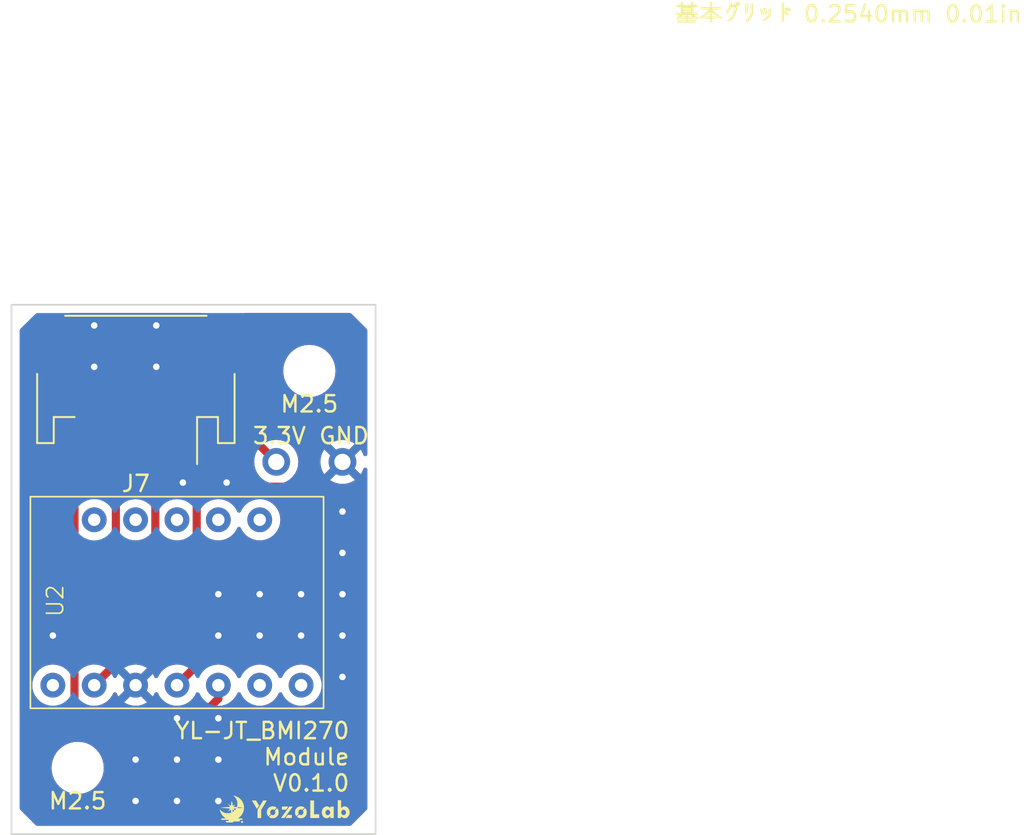
<source format=kicad_pcb>
(kicad_pcb (version 20221018) (generator pcbnew)
  (layers (0 "F.Cu" signal) (31 "B.Cu" signal) (34 "B.Paste" user) (35 "F.Paste" user) (36 "B.SilkS" user "B.Silkscreen") (37 "F.SilkS" user "F.Silkscreen") (38 "B.Mask" user) (39 "F.Mask" user) (44 "Edge.Cuts" user))
  (net 0 "")
  (net 1 "SDA")
  (net 2 "SCL")
  (net 3 "3.3V")
  (net 4 "GND")
  (footprint "Yozolab:Through-Hole" (layer "F.Cu") (at 135.636 70.612)
    (fp_text reference "J1" hide)
    (fp_text value "Conn_01x01_Socket" hide)
    (pad "1" thru_hole circle (at 0 0) (size 1.7 1.7) (drill oval 1) (layers "*.Cu" "*.Mask") (net 3 "3.3V"))
  )
  (footprint "Connector_JST:JST_PH_S4B-PH-SM4-TB_1x04-1MP_P2.00mm_Horizontal" (layer "F.Cu") (at 127.016 66.146 180)
    (fp_text reference "J7" (at 0 -5.8) (layer "F.SilkS"))
    (fp_text value "JST-PH 2.0")
    (fp_line (start -6.06 -3.31) (end -5.04 -3.31) (stroke (width 0.12)) (layer "F.SilkS"))
    (fp_line (start -6.06 0.94) (end -6.06 -3.31) (stroke (width 0.12)) (layer "F.SilkS"))
    (fp_line (start -5.04 -3.31) (end -5.04 -1.71) (stroke (width 0.12)) (layer "F.SilkS"))
    (fp_line (start -5.04 -1.71) (end -3.76 -1.71) (stroke (width 0.12)) (layer "F.SilkS"))
    (fp_line (start -4.34 4.51) (end 4.34 4.51) (stroke (width 0.12)) (layer "F.SilkS"))
    (fp_line (start -3.76 -1.71) (end -3.76 -4.6) (stroke (width 0.12)) (layer "F.SilkS"))
    (fp_line (start 5.04 -3.31) (end 5.04 -1.71) (stroke (width 0.12)) (layer "F.SilkS"))
    (fp_line (start 5.04 -1.71) (end 3.76 -1.71) (stroke (width 0.12)) (layer "F.SilkS"))
    (fp_line (start 6.06 -3.31) (end 5.04 -3.31) (stroke (width 0.12)) (layer "F.SilkS"))
    (fp_line (start 6.06 0.94) (end 6.06 -3.31) (stroke (width 0.12)) (layer "F.SilkS"))
    (pad "1" smd roundrect (at -3 -2.85 180) (size 1 3.5) (layers "F.Cu" "F.Paste" "F.Mask") (net 2 "SCL"))
    (pad "2" smd roundrect (at -1 -2.85 180) (size 1 3.5) (layers "F.Cu" "F.Paste" "F.Mask") (net 4 "GND"))
    (pad "3" smd roundrect (at 1 -2.85 180) (size 1 3.5) (layers "F.Cu" "F.Paste" "F.Mask") (net 3 "3.3V"))
    (pad "4" smd roundrect (at 3 -2.85 180) (size 1 3.5) (layers "F.Cu" "F.Paste" "F.Mask") (net 1 "SDA"))
    (pad "MP" smd roundrect (at -5.35 2.9 180) (size 1.5 3.4) (layers "F.Cu" "F.Paste" "F.Mask") (roundrect_rratio 0.1666673333))
    (pad "MP" smd roundrect (at 5.35 2.9 180) (size 1.5 3.4) (layers "F.Cu" "F.Paste" "F.Mask") (roundrect_rratio 0.1666673333))
  )
  (footprint "MountingHole:MountingHole_2.7mm_M2.5" (layer "F.Cu") (at 123.444 89.408)
    (fp_text reference "M2.5" (at 0 2.032) (layer "F.SilkS"))
    (fp_text value "MountingHole_2.7mm_M2.5" hide)
    (pad "" np_thru_hole circle (at 0 0) (size 2.7 2.7) (drill 2.7) (layers "F&B.Cu" "*.Mask"))
  )
  (footprint "Yozolab:Through-Hole" (layer "F.Cu") (at 139.7 70.612)
    (fp_text reference "J2" hide)
    (fp_text value "Conn_01x01_Socket" hide)
    (pad "1" thru_hole circle (at 0 0) (size 1.7 1.7) (drill oval 1) (layers "*.Cu" "*.Mask") (net 4 "GND"))
  )
  (footprint "Yozolab:logo" (layer "F.Cu") (at 136.144 91.948)
    (fp_text reference "G***" hide)
    (fp_text value "LOGO" hide)
    (fp_poly (pts (xy 1.813333 -0.116698) (xy 1.813333 0.306747) (xy 1.97 0.306747) (xy 2.126666 0.306747) (xy 2.126666 0.423444) (xy 2.126666 0.540141) (xy 1.853333 0.540141) (xy 1.58 0.540141) (xy 1.58 0) (xy 1.58 -0.540142) (xy 1.696666 -0.540142) (xy 1.813333 -0.540142)) (fill solid) (layer "F.SilkS"))
    (fp_poly (pts (xy 0.446666 0.443449) (xy 0.446666 0.540141) (xy 0.249888 0.540141) (xy 0.053109 0.540141) (xy 0.107688 0.465122) (xy 0.129162 0.43566) (xy 0.149258 0.408189) (xy 0.165953 0.385466) (xy 0.177225 0.370251) (xy 0.178591 0.36843) (xy 0.194915 0.346757) (xy 0.320791 0.346757) (xy 0.446666 0.346757)) (fill solid) (layer "F.SilkS"))
    (fp_poly (pts (xy -2.583612 0.72373) (xy -2.563654 0.735206) (xy -2.552178 0.755894) (xy -2.54861 0.774246) (xy -2.547737 0.79569) (xy -2.552242 0.810774) (xy -2.560948 0.822741) (xy -2.580273 0.836917) (xy -2.605125 0.844491) (xy -2.629926 0.844326) (xy -2.643334 0.839555) (xy -2.662306 0.824173) (xy -2.671551 0.803638) (xy -2.673334 0.783163) (xy -2.668936 0.753048) (xy -2.655586 0.732776) (xy -2.633048 0.7221) (xy -2.613589 0.720189)) (fill solid) (layer "F.SilkS"))
    (fp_poly (pts (xy 0.094104 -0.166633) (xy 0.139163 -0.166359) (xy 0.173461 -0.165825) (xy 0.198282 -0.164968) (xy 0.214913 -0.163724) (xy 0.224639 -0.162031) (xy 0.228745 -0.159825) (xy 0.228664 -0.157286) (xy 0.223067 -0.14888) (xy 0.211063 -0.131768) (xy 0.194117 -0.10801) (xy 0.173694 -0.079666) (xy 0.16 -0.060789) (xy 0.096666 0.026284) (xy -0.031667 0.026479) (xy -0.16 0.026673) (xy -0.16 -0.070019) (xy -0.16 -0.166711) (xy 0.036997 -0.166711)) (fill solid) (layer "F.SilkS"))
    (fp_poly (pts (xy -1.104503 -0.508467) (xy -1.111738 -0.496194) (xy -1.12504 -0.473816) (xy -1.143614 -0.442665) (xy -1.166665 -0.404071) (xy -1.193397 -0.359364) (xy -1.223016 -0.309876) (xy -1.254726 -0.256936) (xy -1.278117 -0.217912) (xy -1.433334 0.040969) (xy -1.433334 0.290555) (xy -1.433334 0.540141) (xy -1.546667 0.540141) (xy -1.66 0.540141) (xy -1.66 0.287713) (xy -1.66 0.035285) (xy -1.485098 -0.252429) (xy -1.310196 -0.540142) (xy -1.198151 -0.540142) (xy -1.086105 -0.540142)) (fill solid) (layer "F.SilkS"))
    (fp_poly (pts (xy 0.433363 -0.16639) (xy 0.463241 -0.165504) (xy 0.485587 -0.164171) (xy 0.498118 -0.162506) (xy 0.5 -0.161512) (xy 0.496177 -0.155358) (xy 0.485149 -0.13935) (xy 0.467571 -0.114405) (xy 0.444101 -0.081441) (xy 0.415397 -0.041373) (xy 0.382115 0.004881) (xy 0.344914 0.056405) (xy 0.30445 0.112282) (xy 0.26138 0.171595) (xy 0.247813 0.190247) (xy -0.004374 0.536807) (xy -0.109467 0.538647) (xy -0.144976 0.53893) (xy -0.175068 0.538523) (xy -0.197561 0.537507) (xy -0.210272 0.535965) (xy -0.21228 0.53477) (xy -0.208059 0.528523) (xy -0.196643 0.512419) (xy -0.178697 0.487373) (xy -0.154882 0.454305) (xy -0.125863 0.414131) (xy -0.092301 0.367768) (xy -0.05486 0.316135) (xy -0.014203 0.260148) (xy 0.029007 0.200726) (xy 0.043238 0.181172) (xy 0.296477 -0.166711) (xy 0.398238 -0.166711)) (fill solid) (layer "F.SilkS"))
    (fp_poly (pts (xy -1.654344 -0.383013) (xy -1.560147 -0.225885) (xy -1.617621 -0.131281) (xy -1.637433 -0.098765) (xy -1.655315 -0.069597) (xy -1.669909 -0.045977) (xy -1.67986 -0.030102) (xy -1.683241 -0.024913) (xy -1.685905 -0.023235) (xy -1.690001 -0.025003) (xy -1.696129 -0.031123) (xy -1.704886 -0.0425) (xy -1.716871 -0.060037) (xy -1.732684 -0.08464) (xy -1.752921 -0.117213) (xy -1.778183 -0.158661) (xy -1.809067 -0.209888) (xy -1.84209 -0.264976) (xy -1.87371 -0.317913) (xy -1.903271 -0.367592) (xy -1.930053 -0.41279) (xy -1.953334 -0.452281) (xy -1.972395 -0.48484) (xy -1.986513 -0.509242) (xy -1.994969 -0.524262) (xy -1.99711 -0.528472) (xy -1.997783 -0.532533) (xy -1.995239 -0.535528) (xy -1.987796 -0.537618) (xy -1.973767 -0.538963) (xy -1.951471 -0.539725) (xy -1.919221 -0.540064) (xy -1.875334 -0.540142) (xy -1.874984 -0.540142) (xy -1.748542 -0.540142)) (fill solid) (layer "F.SilkS"))
    (fp_poly (pts (xy -0.682987 -0.178504) (xy -0.618466 -0.167411) (xy -0.557527 -0.144992) (xy -0.545993 -0.13914) (xy -0.521813 -0.126124) (xy -0.505529 -0.115676) (xy -0.497306 -0.105792) (xy -0.497308 -0.094469) (xy -0.505701 -0.079705) (xy -0.52265 -0.059496) (xy -0.548318 -0.031839) (xy -0.555453 -0.024235) (xy -0.623334 0.048172) (xy -0.655993 0.030754) (xy -0.695152 0.016298) (xy -0.733486 0.013778) (xy -0.769788 0.021799) (xy -0.802849 0.038966) (xy -0.831463 0.063884) (xy -0.854423 0.095157) (xy -0.87052 0.131391) (xy -0.878548 0.17119) (xy -0.877299 0.213159) (xy -0.865565 0.255902) (xy -0.860567 0.267137) (xy -0.848055 0.293042) (xy -0.904635 0.354909) (xy -0.927778 0.38014) (xy -0.948977 0.403119) (xy -0.965887 0.421311) (xy -0.976163 0.432183) (xy -0.97617 0.43219) (xy -0.991125 0.447605) (xy -1.007477 0.425522) (xy -1.041508 0.373418) (xy -1.064771 0.322085) (xy -1.07881 0.267227) (xy -1.084904 0.209977) (xy -1.083259 0.136138) (xy -1.07011 0.068909) (xy -1.04534 0.007961) (xy -1.008832 -0.047035) (xy -0.983372 -0.075199) (xy -0.93349 -0.115972) (xy -0.876341 -0.147007) (xy -0.814095 -0.167985) (xy -0.74892 -0.17859)) (fill solid) (layer "F.SilkS"))
    (fp_poly (pts (xy 1.092062 -0.171025) (xy 1.155091 -0.150492) (xy 1.163232 -0.146846) (xy 1.186119 -0.13566) (xy 1.20557 -0.125133) (xy 1.216063 -0.11846) (xy 1.221556 -0.113702) (xy 1.224069 -0.108652) (xy 1.222604 -0.10177) (xy 1.216167 -0.091518) (xy 1.203759 -0.076359) (xy 1.184386 -0.054753) (xy 1.15705 -0.025163) (xy 1.152388 -0.020142) (xy 1.094777 0.041899) (xy 1.065284 0.027618) (xy 1.025446 0.014728) (xy 0.986628 0.013799) (xy 0.950124 0.023457) (xy 0.917227 0.042328) (xy 0.889232 0.069039) (xy 0.867433 0.102217) (xy 0.853124 0.140488) (xy 0.847599 0.182478) (xy 0.852152 0.226815) (xy 0.85799 0.247626) (xy 0.870742 0.285196) (xy 0.801416 0.359322) (xy 0.7771 0.385022) (xy 0.755909 0.406856) (xy 0.739525 0.423135) (xy 0.729627 0.432171) (xy 0.727605 0.433447) (xy 0.721863 0.42831) (xy 0.711509 0.414976) (xy 0.701211 0.399973) (xy 0.686884 0.37537) (xy 0.671883 0.345407) (xy 0.661534 0.321619) (xy 0.654029 0.301385) (xy 0.648965 0.283228) (xy 0.645862 0.263639) (xy 0.644241 0.239114) (xy 0.643622 0.206146) (xy 0.643549 0.19005) (xy 0.645199 0.134145) (xy 0.651004 0.087767) (xy 0.66178 0.047528) (xy 0.678347 0.010042) (xy 0.693161 -0.015327) (xy 0.732973 -0.066114) (xy 0.78152 -0.108229) (xy 0.836995 -0.141166) (xy 0.897593 -0.164419) (xy 0.961507 -0.177484) (xy 1.026932 -0.179854)) (fill solid) (layer "F.SilkS"))
    (fp_poly (pts (xy 1.269951 -0.068921) (xy 1.281167 -0.057743) (xy 1.286865 -0.051681) (xy 1.304306 -0.028275) (xy 1.322567 0.003612) (xy 1.339472 0.039468) (xy 1.352846 0.07478) (xy 1.359353 0.098687) (xy 1.36455 0.137126) (xy 1.366367 0.181976) (xy 1.364896 0.2278) (xy 1.360227 0.269164) (xy 1.35619 0.28858) (xy 1.333933 0.35003) (xy 1.301131 0.406247) (xy 1.259358 0.45565) (xy 1.21019 0.496654) (xy 1.155202 0.527679) (xy 1.099814 0.54628) (xy 1.069003 0.550791) (xy 1.029903 0.552818) (xy 0.987117 0.552477) (xy 0.945247 0.549889) (xy 0.908897 0.54517) (xy 0.89 0.540898) (xy 0.841631 0.52385) (xy 0.801062 0.502423) (xy 0.781388 0.48879) (xy 0.759444 0.472355) (xy 0.784253 0.444565) (xy 0.800108 0.427006) (xy 0.82143 0.403659) (xy 0.844591 0.378491) (xy 0.854347 0.367951) (xy 0.899633 0.319125) (xy 0.921483 0.33545) (xy 0.958503 0.35572) (xy 0.997179 0.363819) (xy 1.035709 0.360455) (xy 1.072295 0.346339) (xy 1.105136 0.32218) (xy 1.132432 0.288686) (xy 1.152383 0.246569) (xy 1.153197 0.244121) (xy 1.15883 0.212657) (xy 1.15864 0.17555) (xy 1.153155 0.138479) (xy 1.142901 0.107122) (xy 1.139961 0.101383) (xy 1.124673 0.074175) (xy 1.19325 0.000411) (xy 1.217236 -0.025221) (xy 1.237902 -0.046983) (xy 1.253615 -0.063182) (xy 1.262746 -0.072128) (xy 1.26434 -0.073353)) (fill solid) (layer "F.SilkS"))
    (fp_poly (pts (xy -0.437002 -0.049101) (xy -0.419945 -0.025543) (xy -0.402035 0.00639) (xy -0.385537 0.04211) (xy -0.372716 0.077024) (xy -0.369836 0.086992) (xy -0.363977 0.119976) (xy -0.360921 0.161031) (xy -0.360665 0.205193) (xy -0.363207 0.247493) (xy -0.368546 0.282965) (xy -0.369928 0.288721) (xy -0.393233 0.352689) (xy -0.428305 0.410498) (xy -0.465897 0.453461) (xy -0.509705 0.491868) (xy -0.553962 0.519963) (xy -0.60145 0.53881) (xy -0.65495 0.549472) (xy -0.717246 0.553012) (xy -0.726401 0.553003) (xy -0.779835 0.550588) (xy -0.823196 0.544269) (xy -0.836667 0.540875) (xy -0.866747 0.530611) (xy -0.895982 0.51804) (xy -0.921717 0.504614) (xy -0.941297 0.491781) (xy -0.952068 0.480992) (xy -0.953334 0.477159) (xy -0.949019 0.470832) (xy -0.937141 0.456643) (xy -0.919293 0.43642) (xy -0.897074 0.41199) (xy -0.885737 0.399749) (xy -0.818139 0.32717) (xy -0.800737 0.339372) (xy -0.763644 0.357907) (xy -0.724431 0.364252) (xy -0.685132 0.358892) (xy -0.647779 0.342311) (xy -0.614405 0.314993) (xy -0.594891 0.290336) (xy -0.577629 0.253986) (xy -0.56835 0.211777) (xy -0.567337 0.168105) (xy -0.574872 0.127369) (xy -0.583138 0.107072) (xy -0.587148 0.09936) (xy -0.589408 0.09281) (xy -0.588917 0.085896) (xy -0.584674 0.077093) (xy -0.575677 0.064872) (xy -0.560925 0.04771) (xy -0.539416 0.024078) (xy -0.51015 -0.007548) (xy -0.502544 -0.015759) (xy -0.453992 -0.068194)) (fill solid) (layer "F.SilkS"))
    (fp_poly (pts (xy 3.473333 -0.312798) (xy 3.473333 -0.072117) (xy 3.508032 -0.103323) (xy 3.558334 -0.140654) (xy 3.611269 -0.165236) (xy 3.665745 -0.177124) (xy 3.720665 -0.176373) (xy 3.774935 -0.163038) (xy 3.827459 -0.137176) (xy 3.877143 -0.09884) (xy 3.892259 -0.08395) (xy 3.934466 -0.030593) (xy 3.9666 0.030119) (xy 3.988137 0.096224) (xy 3.998547 0.165766) (xy 3.997304 0.236784) (xy 3.99042 0.280842) (xy 3.97312 0.336814) (xy 3.946216 0.39112) (xy 3.911648 0.441122) (xy 3.871358 0.484182) (xy 3.827285 0.517661) (xy 3.808671 0.527957) (xy 3.762273 0.544716) (xy 3.711953 0.552475) (xy 3.662159 0.550909) (xy 3.622216 0.541528) (xy 3.594156 0.529327) (xy 3.566069 0.512126) (xy 3.535092 0.48796) (xy 3.505 0.461077) (xy 3.473333 0.431622) (xy 3.473333 0.485882) (xy 3.473333 0.540141) (xy 3.37 0.540141) (xy 3.266666 0.540141) (xy 3.266666 0.205219) (xy 3.480971 0.205219) (xy 3.487457 0.247702) (xy 3.503906 0.286543) (xy 3.508319 0.293451) (xy 3.535024 0.324051) (xy 3.56693 0.346898) (xy 3.600281 0.359307) (xy 3.600385 0.359327) (xy 3.621326 0.362498) (xy 3.639804 0.362647) (xy 3.661892 0.359554) (xy 3.676834 0.356591) (xy 3.695646 0.348003) (xy 3.717428 0.331231) (xy 3.73858 0.309697) (xy 3.755501 0.286821) (xy 3.760895 0.276739) (xy 3.770072 0.244975) (xy 3.773301 0.206796) (xy 3.770635 0.167696) (xy 3.762126 0.13317) (xy 3.75946 0.1267) (xy 3.735183 0.086005) (xy 3.704544 0.05695) (xy 3.667735 0.039659) (xy 3.624948 0.034254) (xy 3.615686 0.034611) (xy 3.586759 0.03809) (xy 3.564635 0.0455) (xy 3.545501 0.05705) (xy 3.516713 0.085007) (xy 3.496056 0.120962) (xy 3.48399 0.162002) (xy 3.480971 0.205219) (xy 3.266666 0.205219) (xy 3.266666 -0.006669) (xy 3.266666 -0.553479) (xy 3.37 -0.553479) (xy 3.473333 -0.553479)) (fill solid) (layer "F.SilkS"))
    (fp_poly (pts (xy 2.638066 -0.174941) (xy 2.69083 -0.158561) (xy 2.741341 -0.129119) (xy 2.769266 -0.106205) (xy 2.787275 -0.090215) (xy 2.801425 -0.078527) (xy 2.808946 -0.073416) (xy 2.809268 -0.073353) (xy 2.811338 -0.079436) (xy 2.812802 -0.095353) (xy 2.813333 -0.116698) (xy 2.813333 -0.160042) (xy 2.916666 -0.160042) (xy 3.02 -0.160042) (xy 3.02 0.19005) (xy 3.02 0.540141) (xy 2.916666 0.540141) (xy 2.813333 0.540141) (xy 2.813333 0.48346) (xy 2.81279 0.457884) (xy 2.811342 0.438371) (xy 2.809258 0.427964) (xy 2.808333 0.427031) (xy 2.801853 0.432037) (xy 2.790308 0.444713) (xy 2.78 0.457463) (xy 2.745777 0.493763) (xy 2.705682 0.523329) (xy 2.664767 0.542719) (xy 2.628499 0.550525) (xy 2.585876 0.55297) (xy 2.542724 0.550115) (xy 2.50487 0.542019) (xy 2.501998 0.541061) (xy 2.450125 0.516352) (xy 2.404466 0.481167) (xy 2.365544 0.437087) (xy 2.333878 0.385696) (xy 2.309993 0.328577) (xy 2.294408 0.267313) (xy 2.287645 0.203487) (xy 2.287693 0.202274) (xy 2.513632 0.202274) (xy 2.515085 0.236602) (xy 2.520068 0.264688) (xy 2.52092 0.267408) (xy 2.539912 0.305089) (xy 2.567513 0.33399) (xy 2.601635 0.353291) (xy 2.640189 0.36217) (xy 2.681086 0.359809) (xy 2.721021 0.346) (xy 2.753867 0.322432) (xy 2.77972 0.289433) (xy 2.79726 0.249641) (xy 2.805169 0.205693) (xy 2.804751 0.178504) (xy 2.795096 0.135667) (xy 2.775592 0.098517) (xy 2.748125 0.068405) (xy 2.714585 0.046685) (xy 2.676861 0.034709) (xy 2.63684 0.033829) (xy 2.610964 0.039692) (xy 2.589325 0.051666) (xy 2.565913 0.072113) (xy 2.544178 0.097235) (xy 2.52757 0.123233) (xy 2.521258 0.138464) (xy 2.515695 0.167597) (xy 2.513632 0.202274) (xy 2.287693 0.202274) (xy 2.290226 0.138682) (xy 2.302673 0.07448) (xy 2.325506 0.012465) (xy 2.326881 0.009553) (xy 2.349511 -0.02873) (xy 2.38003 -0.067599) (xy 2.415011 -0.103392) (xy 2.451027 -0.132447) (xy 2.471528 -0.145028) (xy 2.527888 -0.168243) (xy 2.583576 -0.178191)) (fill solid) (layer "F.SilkS"))
    (fp_poly (pts (xy -3.125042 -0.836038) (xy -3.100283 -0.831218) (xy -3.0716 -0.824796) (xy -3.041964 -0.817437) (xy -3.014348 -0.80981) (xy -2.991722 -0.802581) (xy -2.991003 -0.802324) (xy -2.897459 -0.761921) (xy -2.811875 -0.711129) (xy -2.734847 -0.650679) (xy -2.666974 -0.581302) (xy -2.608853 -0.503728) (xy -2.561082 -0.418689) (xy -2.524257 -0.326915) (xy -2.498978 -0.229137) (xy -2.492897 -0.193147) (xy -2.486855 -0.11438) (xy -2.490303 -0.030557) (xy -2.502716 0.054578) (xy -2.52357 0.137276) (xy -2.548796 0.205778) (xy -2.583015 0.272808) (xy -2.626732 0.339647) (xy -2.677498 0.403349) (xy -2.732866 0.460962) (xy -2.790389 0.509538) (xy -2.815428 0.527077) (xy -2.860856 0.556813) (xy -2.733158 0.560147) (xy -2.688878 0.561361) (xy -2.655989 0.562537) (xy -2.63255 0.563939) (xy -2.616623 0.565828) (xy -2.606268 0.568469) (xy -2.599546 0.572126) (xy -2.594517 0.577061) (xy -2.59273 0.579224) (xy -2.581367 0.601999) (xy -2.583276 0.625331) (xy -2.590379 0.638684) (xy -2.595472 0.644829) (xy -2.60221 0.648993) (xy -2.61304 0.651559) (xy -2.630409 0.65291) (xy -2.656765 0.653429) (xy -2.684969 0.653505) (xy -2.719636 0.653563) (xy -2.742773 0.653962) (xy -2.756183 0.655039) (xy -2.761669 0.657131) (xy -2.761035 0.660575) (xy -2.756084 0.665709) (xy -2.755112 0.666616) (xy -2.742949 0.681345) (xy -2.736635 0.693616) (xy -2.737286 0.711234) (xy -2.747324 0.729491) (xy -2.763848 0.743842) (xy -2.770783 0.74716) (xy -2.781806 0.748876) (xy -2.804195 0.750416) (xy -2.835984 0.751717) (xy -2.875206 0.752713) (xy -2.919896 0.753338) (xy -2.963238 0.753531) (xy -3.138941 0.753531) (xy -3.143332 0.773528) (xy -3.146052 0.784312) (xy -3.149889 0.792962) (xy -3.15622 0.799712) (xy -3.166423 0.804798) (xy -3.181872 0.808455) (xy -3.203947 0.810919) (xy -3.234022 0.812424) (xy -3.273474 0.813207) (xy -3.323681 0.813503) (xy -3.377412 0.813547) (xy -3.435034 0.813487) (xy -3.480808 0.813254) (xy -3.516223 0.812767) (xy -3.542763 0.811946) (xy -3.561916 0.810709) (xy -3.575167 0.808976) (xy -3.584003 0.806667) (xy -3.589911 0.8037) (xy -3.592311 0.801877) (xy -3.607456 0.781976) (xy -3.609998 0.759922) (xy -3.599893 0.738238) (xy -3.592761 0.729993) (xy -3.585041 0.724738) (xy -3.573737 0.721802) (xy -3.555854 0.720512) (xy -3.528396 0.720195) (xy -3.519517 0.720189) (xy -3.453334 0.720189) (xy -3.453334 0.70228) (xy -3.448804 0.684482) (xy -3.438838 0.668938) (xy -3.424343 0.653505) (xy -3.645505 0.653505) (xy -3.705728 0.653474) (xy -3.754037 0.653327) (xy -3.79185 0.652983) (xy -3.820587 0.652362) (xy -3.841664 0.651383) (xy -3.856502 0.649966) (xy -3.86652 0.648029) (xy -3.873135 0.645491) (xy -3.877767 0.642274) (xy -3.88 0.640168) (xy -3.891573 0.620304) (xy -3.890838 0.597981) (xy -3.880604 0.579224) (xy -3.875724 0.57377) (xy -3.86986 0.569685) (xy -3.86108 0.566707) (xy -3.847449 0.564575) (xy -3.827035 0.563026) (xy -3.797903 0.5618) (xy -3.758121 0.560635) (xy -3.739526 0.560147) (xy -3.611178 0.556813) (xy -3.658276 0.525515) (xy -3.730859 0.469553) (xy -3.79683 0.403126) (xy -3.854847 0.32802) (xy -3.903565 0.246021) (xy -3.941641 0.158914) (xy -3.948193 0.140036) (xy -3.956758 0.111881) (xy -3.964752 0.081517) (xy -3.971561 0.051875) (xy -3.976568 0.025888) (xy -3.979156 0.006488) (xy -3.97871 -0.003394) (xy -3.97842 -0.003804) (xy -3.973125 -0.00056) (xy -3.962194 0.010986) (xy -3.947908 0.028405) (xy -3.946699 0.029967) (xy -3.893341 0.088549) (xy -3.829478 0.140111) (xy -3.756461 0.183741) (xy -3.675637 0.218527) (xy -3.66 0.223898) (xy -3.637725 0.230962) (xy -3.618424 0.236005) (xy -3.599059 0.239376) (xy -3.576596 0.241423) (xy -3.547996 0.242495) (xy -3.510222 0.242939) (xy -3.493334 0.243014) (xy -3.445589 0.242776) (xy -3.408294 0.241547) (xy -3.378589 0.239113) (xy -3.353613 0.235262) (xy -3.336489 0.231374) (xy -3.312209 0.224744) (xy -3.29256 0.218652) (xy -3.281583 0.214358) (xy -3.281282 0.214182) (xy -3.278069 0.209475) (xy -3.276425 0.199049) (xy -3.276342 0.181023) (xy -3.276647 0.17532) (xy -3.19546 0.17532) (xy -3.156063 0.148101) (xy -3.13303 0.131819) (xy -3.111591 0.116045) (xy -3.097399 0.105001) (xy -3.07813 0.08912) (xy -3.12563 0.054563) (xy -3.147676 0.03905) (xy -3.165979 0.027143) (xy -3.177671 0.020667) (xy -3.179898 0.020005) (xy -3.184516 0.025836) (xy -3.186685 0.040038) (xy -3.186707 0.041677) (xy -3.187246 0.058601) (xy -3.188639 0.083949) (xy -3.19061 0.112856) (xy -3.191103 0.119335) (xy -3.19546 0.17532) (xy -3.276647 0.17532) (xy -3.277812 0.153515) (xy -3.280825 0.114646) (xy -3.280837 0.114509) (xy -3.284024 0.080776) (xy -3.287396 0.052362) (xy -3.290621 0.03163) (xy -3.293362 0.020941) (xy -3.294207 0.020005) (xy -3.301169 0.023773) (xy -3.316877 0.034182) (xy -3.339395 0.049891) (xy -3.366786 0.069558) (xy -3.385642 0.083355) (xy -3.414989 0.104801) (xy -3.44054 0.123142) (xy -3.460399 0.13704) (xy -3.472665 0.145159) (xy -3.475647 0.146705) (xy -3.473265 0.141631) (xy -3.464149 0.127568) (xy -3.449488 0.106252) (xy -3.430472 0.07942) (xy -3.412824 0.055014) (xy -3.345978 -0.036677) (xy -3.352928 -0.037926) (xy -3.124307 -0.037926) (xy -3.121756 -0.031957) (xy -3.113084 -0.018459) (xy -3.100442 -0.000362) (xy -3.085983 0.019406) (xy -3.071861 0.037915) (xy -3.060228 0.052237) (xy -3.053237 0.059442) (xy -3.052478 0.059788) (xy -3.046622 0.055001) (xy -3.035366 0.042252) (xy -3.021693 0.025006) (xy -2.997261 -0.008138) (xy -2.98164 -0.031681) (xy -2.974669 -0.045886) (xy -2.974872 -0.050441) (xy -2.982236 -0.05105) (xy -2.999514 -0.050474) (xy -3.023366 -0.048994) (xy -3.050454 -0.046888) (xy -3.077439 -0.044437) (xy -3.100982 -0.04192) (xy -3.117744 -0.039617) (xy -3.124307 -0.037926) (xy -3.352928 -0.037926) (xy -3.371323 -0.041232) (xy -3.383449 -0.04275) (xy -3.40728 -0.045145) (xy -3.441229 -0.048279) (xy -3.483707 -0.052013) (xy -3.533124 -0.056208) (xy -3.587893 -0.060725) (xy -3.646424 -0.065425) (xy -3.663334 -0.06676) (xy -3.721991 -0.071462) (xy -3.776779 -0.076023) (xy -3.826208 -0.080306) (xy -3.868786 -0.084176) (xy -3.903022 -0.087495) (xy -3.927424 -0.090127) (xy -3.940503 -0.091934) (xy -3.942058 -0.092318) (xy -3.938151 -0.093782) (xy -3.922203 -0.096166) (xy -3.895466 -0.099341) (xy -3.859191 -0.103179) (xy -3.814629 -0.107553) (xy -3.763031 -0.112335) (xy -3.70565 -0.117397) (xy -3.652533 -0.121885) (xy -3.590545 -0.127071) (xy -3.575794 -0.12833) (xy -2.903334 -0.12833) (xy -2.873334 -0.096912) (xy -2.843334 -0.065493) (xy -2.803334 -0.069229) (xy -2.782212 -0.071082) (xy -2.751377 -0.073633) (xy -2.714413 -0.076593) (xy -2.674905 -0.079672) (xy -2.66 -0.080811) (xy -2.6238 -0.083788) (xy -2.592018 -0.08683) (xy -2.567165 -0.089665) (xy -2.551752 -0.092019) (xy -2.548244 -0.09299) (xy -2.552087 -0.094723) (xy -2.567486 -0.097203) (xy -2.592695 -0.100229) (xy -2.625971 -0.103603) (xy -2.665569 -0.107126) (xy -2.688244 -0.108964) (xy -2.733608 -0.112578) (xy -2.776514 -0.116099) (xy -2.814472 -0.119317) (xy -2.844993 -0.122017) (xy -2.865584 -0.123988) (xy -2.87 -0.124467) (xy -2.903334 -0.12833) (xy -3.575794 -0.12833) (xy -3.532738 -0.132005) (xy -3.480446 -0.136566) (xy -3.435006 -0.140633) (xy -3.397754 -0.144085) (xy -3.370024 -0.146801) (xy -3.353153 -0.148659) (xy -3.348359 -0.149459) (xy -3.351162 -0.155438) (xy -3.360634 -0.170093) (xy -3.375423 -0.191444) (xy -3.394182 -0.217511) (xy -3.401693 -0.227732) (xy -3.430413 -0.26665) (xy -3.451182 -0.295361) (xy -3.46392 -0.314422) (xy -3.468547 -0.324392) (xy -3.46498 -0.32583) (xy -3.453141 -0.319292) (xy -3.432947 -0.305339) (xy -3.404319 -0.284527) (xy -3.39452 -0.277356) (xy -3.364304 -0.25543) (xy -3.337443 -0.236276) (xy -3.315952 -0.221302) (xy -3.301841 -0.211918) (xy -3.29755 -0.209471) (xy -3.293984 -0.211004) (xy -3.290826 -0.219525) (xy -3.287843 -0.23649) (xy -3.284801 -0.263352) (xy -3.281469 -0.301567) (xy -3.280174 -0.318105) (xy -3.277021 -0.357754) (xy -3.273857 -0.3949) (xy -3.270951 -0.426569) (xy -3.268571 -0.449785) (xy -3.267462 -0.458741) (xy -3.263334 -0.487369) (xy -3.23201 -0.455407) (xy -3.200686 -0.423445) (xy -3.192716 -0.320084) (xy -3.18967 -0.284158) (xy -3.186499 -0.252926) (xy -3.183492 -0.228813) (xy -3.180936 -0.214242) (xy -3.179822 -0.211171) (xy -3.172785 -0.212565) (xy -3.157679 -0.220721) (xy -3.136951 -0.2342) (xy -3.11999 -0.246339) (xy -3.093747 -0.26521) (xy -3.075772 -0.276477) (xy -3.064139 -0.281132) (xy -3.056923 -0.280168) (xy -3.055875 -0.279416) (xy -3.047938 -0.269817) (xy -3.046667 -0.265687) (xy -3.050395 -0.258059) (xy -3.060449 -0.242343) (xy -3.075132 -0.221104) (xy -3.086893 -0.204821) (xy -3.127118 -0.15004) (xy -3.098079 -0.145761) (xy -3.078854 -0.143466) (xy -3.050796 -0.14078) (xy -3.018385 -0.138111) (xy -2.998782 -0.136692) (xy -2.928523 -0.131902) (xy -2.912771 -0.18765) (xy -2.906271 -0.21267) (xy -2.901801 -0.23605) (xy -2.899003 -0.261307) (xy -2.897522 -0.29196) (xy -2.896999 -0.331528) (xy -2.896977 -0.343424) (xy -2.89729 -0.386076) (xy -2.898492 -0.41881) (xy -2.900917 -0.445032) (xy -2.904897 -0.468149) (xy -2.910767 -0.491568) (xy -2.911851 -0.495387) (xy -2.94191 -0.578568) (xy -2.982163 -0.655643) (xy -3.031571 -0.725041) (xy -3.089093 -0.785188) (xy -3.12089 -0.811544) (xy -3.137434 -0.824728) (xy -3.148244 -0.834439) (xy -3.150905 -0.838205) (xy -3.142907 -0.83859)) (fill solid) (layer "F.SilkS"))
  )
  (footprint "MountingHole:MountingHole_2.7mm_M2.5" (layer "F.Cu") (at 137.668 65.024)
    (fp_text reference "M2.5" (at 0 2.032) (layer "F.SilkS"))
    (fp_text value "MountingHole_2.7mm_M2.5" hide)
    (pad "" np_thru_hole circle (at 0 0) (size 2.7 2.7) (drill 2.7) (layers "F&B.Cu" "*.Mask"))
  )
  (footprint "Yozolab:BMI160-Module" (layer "F.Cu") (at 120.54 85.748 90)
    (fp_text reference "U2" (at 6.604 1.524 90 unlocked) (layer "F.SilkS") (effects (font (thickness 0.1))))
    (fp_text value "~")
    (fp_rect (start 0 18) (end 13 0) (stroke (width 0.1)) (fill none) (layer "F.SilkS"))
    (pad "1" thru_hole circle (at 1.42 1.38 180) (size 1.524 1.524) (drill 0.762) (layers "*.Cu" "*.Mask"))
    (pad "2" thru_hole circle (at 1.42 3.92 180) (size 1.524 1.524) (drill 0.762) (layers "*.Cu" "*.Mask") (net 3 "3.3V"))
    (pad "3" thru_hole circle (at 1.42 6.46 180) (size 1.524 1.524) (drill 0.762) (layers "*.Cu" "*.Mask") (net 4 "GND"))
    (pad "4" thru_hole circle (at 1.42 9 180) (size 1.524 1.524) (drill 0.762) (layers "*.Cu" "*.Mask") (net 2 "SCL"))
    (pad "5" thru_hole circle (at 1.42 11.54 180) (size 1.524 1.524) (drill 0.762) (layers "*.Cu" "*.Mask") (net 1 "SDA"))
    (pad "6" thru_hole circle (at 1.42 14.08 180) (size 1.524 1.524) (drill 0.762) (layers "*.Cu" "*.Mask"))
    (pad "7" thru_hole circle (at 1.42 16.62 180) (size 1.524 1.524) (drill 0.762) (layers "*.Cu" "*.Mask"))
    (pad "8" thru_hole circle (at 11.58 3.92 180) (size 1.524 1.524) (drill 0.762) (layers "*.Cu" "*.Mask"))
    (pad "9" thru_hole circle (at 11.58 6.46 180) (size 1.524 1.524) (drill 0.762) (layers "*.Cu" "*.Mask"))
    (pad "10" thru_hole circle (at 11.58 9 180) (size 1.524 1.524) (drill 0.762) (layers "*.Cu" "*.Mask"))
    (pad "11" thru_hole circle (at 11.58 11.54 180) (size 1.524 1.524) (drill 0.762) (layers "*.Cu" "*.Mask"))
    (pad "12" thru_hole circle (at 11.58 14.08 180) (size 1.524 1.524) (drill 0.762) (layers "*.Cu" "*.Mask"))
  )
  (gr_rect (start 119.38 60.96) (end 141.732 93.472) (stroke (width 0.1)) (fill none) (layer "Edge.Cuts"))
  (gr_text "YL-JT_BMI270\nModule\nV0.1.0" (at 140.208 90.932) (layer "F.SilkS") (effects (font (size 1 1)) (justify right bottom)))
  (gr_text "基本グリッド 0.2540mm 0.01in\n" (at 160.02 43.688) (layer "F.SilkS") (effects (font (size 1 1)) (justify left bottom)))
  (gr_text "3.3V" (at 134.112 69.596) (layer "F.SilkS") (effects (font (size 1 1)) (justify left bottom)))
  (gr_text "GND" (at 138.176 69.596) (layer "F.SilkS") (effects (font (size 1 1)) (justify left bottom)))
  (segment (start 124.548 87.21) (end 130.027918 87.21) (width 0.5) (layer "F.Cu") (net 1))
  (segment (start 123.248 69.764) (end 123.248 85.91) (width 0.5) (layer "F.Cu") (net 1))
  (segment (start 124.016 68.996) (end 123.248 69.764) (width 0.5) (layer "F.Cu") (net 1))
  (segment (start 130.027918 87.21) (end 132.08 85.157918) (width 0.5) (layer "F.Cu") (net 1))
  (segment (start 123.248 85.91) (end 124.548 87.21) (width 0.5) (layer "F.Cu") (net 1))
  (segment (start 132.08 85.157918) (end 132.08 84.328) (width 0.5) (layer "F.Cu") (net 1))
  (segment (start 130.752 83.116) (end 129.54 84.328) (width 0.5) (layer "F.Cu") (net 2))
  (segment (start 130.016 68.996) (end 130.752 69.732) (width 0.5) (layer "F.Cu") (net 2))
  (segment (start 130.752 69.732) (end 130.752 83.116) (width 0.5) (layer "F.Cu") (net 2))
  (segment (start 126.016 67.246) (end 126.016 68.996) (width 0.5) (layer "F.Cu") (net 3))
  (segment (start 135.636 70.612) (end 131.82 66.796) (width 0.5) (layer "F.Cu") (net 3))
  (segment (start 126.466 66.796) (end 126.016 67.246) (width 0.5) (layer "F.Cu") (net 3))
  (segment (start 131.82 66.796) (end 126.466 66.796) (width 0.5) (layer "F.Cu") (net 3))
  (segment (start 126.016 68.996) (end 125.788 69.224) (width 0.5) (layer "F.Cu") (net 3))
  (segment (start 125.788 83) (end 124.46 84.328) (width 0.5) (layer "F.Cu") (net 3))
  (segment (start 125.788 69.224) (end 125.788 83) (width 0.5) (layer "F.Cu") (net 3))
  (segment (start 132.842 72.136) (end 132.588 71.882) (width 0.5) (layer "F.Cu") (net 4))
  (segment (start 139.7 70.612) (end 138.176 72.136) (width 0.5) (layer "F.Cu") (net 4))
  (segment (start 128.212 69.192) (end 128.212 83.116) (width 0.5) (layer "F.Cu") (net 4))
  (segment (start 129.9025 71.882) (end 128.016 69.9955) (width 0.5) (layer "F.Cu") (net 4))
  (segment (start 128.212 83.116) (end 127 84.328) (width 0.5) (layer "F.Cu") (net 4))
  (segment (start 128.016 68.996) (end 128.212 69.192) (width 0.5) (layer "F.Cu") (net 4))
  (segment (start 128.016 69.9955) (end 128.016 68.996) (width 0.5) (layer "F.Cu") (net 4))
  (segment (start 138.176 72.136) (end 132.842 72.136) (width 0.5) (layer "F.Cu") (net 4))
  (via (at 132.588 71.882) (size 0.8) (drill 0.4) (layers "F.Cu" "B.Cu") (net 4))
  (via (at 121.92 81.28) (size 0.8) (drill 0.4) (layers "F.Cu" "B.Cu") (net 4))
  (via (at 134.62 78.74) (size 0.8) (drill 0.4) (layers "F.Cu" "B.Cu") (net 4))
  (via (at 127 91.44) (size 0.8) (drill 0.4) (layers "F.Cu" "B.Cu") (net 4))
  (via (at 128.27 62.23) (size 0.8) (drill 0.4) (layers "F.Cu" "B.Cu") (net 4))
  (via (at 139.7 78.74) (size 0.8) (drill 0.4) (layers "F.Cu" "B.Cu") (net 4))
  (via (at 127 88.9) (size 0.8) (drill 0.4) (layers "F.Cu" "B.Cu") (net 4))
  (via (at 132.08 86.36) (size 0.8) (drill 0.4) (layers "F.Cu" "B.Cu") (net 4))
  (via (at 129.54 91.44) (size 0.8) (drill 0.4) (layers "F.Cu" "B.Cu") (net 4))
  (via (at 137.16 78.74) (size 0.8) (drill 0.4) (layers "F.Cu" "B.Cu") (net 4))
  (via (at 139.7 73.66) (size 0.8) (drill 0.4) (layers "F.Cu" "B.Cu") (net 4))
  (via (at 132.08 91.44) (size 0.8) (drill 0.4) (layers "F.Cu" "B.Cu") (net 4))
  (via (at 134.62 81.28) (size 0.8) (drill 0.4) (layers "F.Cu" "B.Cu") (net 4))
  (via (at 137.16 81.28) (size 0.8) (drill 0.4) (layers "F.Cu" "B.Cu") (net 4))
  (via (at 139.7 81.28) (size 0.8) (drill 0.4) (layers "F.Cu" "B.Cu") (net 4))
  (via (at 124.46 62.23) (size 0.8) (drill 0.4) (layers "F.Cu" "B.Cu") (net 4))
  (via (at 129.54 88.9) (size 0.8) (drill 0.4) (layers "F.Cu" "B.Cu") (net 4))
  (via (at 132.08 88.9) (size 0.8) (drill 0.4) (layers "F.Cu" "B.Cu") (net 4))
  (via (at 139.7 76.2) (size 0.8) (drill 0.4) (layers "F.Cu" "B.Cu") (net 4))
  (via (at 128.27 64.77) (size 0.8) (drill 0.4) (layers "F.Cu" "B.Cu") (net 4))
  (via (at 124.46 64.77) (size 0.8) (drill 0.4) (layers "F.Cu" "B.Cu") (net 4))
  (via (at 129.9025 71.882) (size 0.8) (drill 0.4) (layers "F.Cu" "B.Cu") (net 4))
  (via (at 132.08 81.28) (size 0.8) (drill 0.4) (layers "F.Cu" "B.Cu") (net 4))
  (via (at 129.54 86.36) (size 0.8) (drill 0.4) (layers "F.Cu" "B.Cu") (net 4))
  (via (at 132.08 78.74) (size 0.8) (drill 0.4) (layers "F.Cu" "B.Cu") (net 4))
  (via (at 139.7 83.82) (size 0.8) (drill 0.4) (layers "F.Cu" "B.Cu") (net 4))
  (segment (start 132.588 71.882) (end 129.9025 71.882) (width 0.5) (layer "B.Cu") (net 4))
  (zone (net 4) (net_name "GND") (layers "F&B.Cu") (connect_pads (clearance 0.5)) (min_thickness 0.25) (fill yes (thermal_gap 0.5) (thermal_bridge_width 0.5))
    (polygon (pts (xy 120.904 61.468) (xy 119.888 62.484) (xy 119.888 91.948) (xy 120.904 92.964) (xy 140.208 92.964) (xy 141.224 91.948) (xy 141.224 62.484) (xy 140.208 61.468)))
  )
)
</source>
